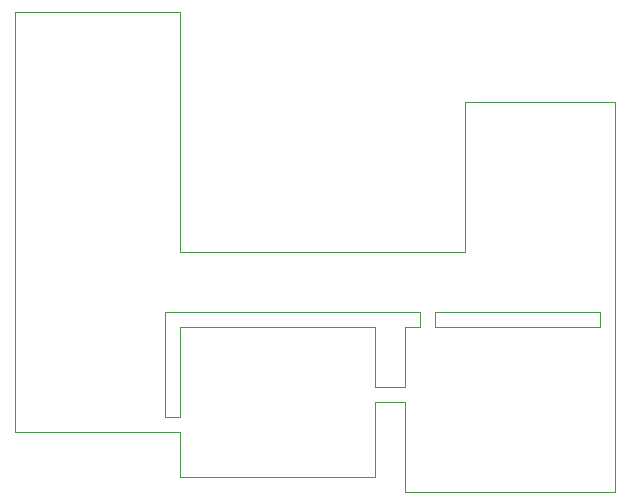
<source format=gbr>
G04 #@! TF.GenerationSoftware,KiCad,Pcbnew,5.1.4-5.1.4*
G04 #@! TF.CreationDate,2019-09-28T18:39:02+02:00*
G04 #@! TF.ProjectId,Multiboard,4d756c74-6962-46f6-9172-642e6b696361,rev?*
G04 #@! TF.SameCoordinates,Original*
G04 #@! TF.FileFunction,Profile,NP*
%FSLAX46Y46*%
G04 Gerber Fmt 4.6, Leading zero omitted, Abs format (unit mm)*
G04 Created by KiCad (PCBNEW 5.1.4-5.1.4) date 2019-09-28 18:39:02*
%MOMM*%
%LPD*%
G04 APERTURE LIST*
%ADD10C,0.050000*%
G04 APERTURE END LIST*
D10*
X147320000Y-116840000D02*
X148590000Y-116840000D01*
X147320000Y-109220000D02*
X147320000Y-116840000D01*
X144780000Y-109220000D02*
X147320000Y-109220000D01*
X147320000Y-107950000D02*
X144780000Y-107950000D01*
X147320000Y-102870000D02*
X147320000Y-107950000D01*
X148590000Y-102870000D02*
X147320000Y-102870000D01*
X144780000Y-110490000D02*
X144780000Y-109220000D01*
X128270000Y-111760000D02*
X128270000Y-115570000D01*
X127000000Y-111760000D02*
X128270000Y-111760000D01*
X128270000Y-110490000D02*
X128270000Y-102870000D01*
X127000000Y-110490000D02*
X128270000Y-110490000D01*
X127000000Y-101600000D02*
X127000000Y-110490000D01*
X137160000Y-96520000D02*
X139700000Y-96520000D01*
X165100000Y-116840000D02*
X148590000Y-116840000D01*
X165100000Y-95250000D02*
X165100000Y-116840000D01*
X163830000Y-101600000D02*
X163830000Y-102870000D01*
X152400000Y-101600000D02*
X163830000Y-101600000D01*
X149860000Y-102870000D02*
X163830000Y-102870000D01*
X149860000Y-101600000D02*
X149860000Y-102870000D01*
X148590000Y-101600000D02*
X148590000Y-102870000D01*
X148590000Y-101600000D02*
X127000000Y-101600000D01*
X149860000Y-101600000D02*
X152400000Y-101600000D01*
X128270000Y-76200000D02*
X114300000Y-76200000D01*
X128270000Y-96520000D02*
X128270000Y-76200000D01*
X137160000Y-96520000D02*
X128270000Y-96520000D01*
X144780000Y-115570000D02*
X144780000Y-110490000D01*
X128270000Y-115570000D02*
X144780000Y-115570000D01*
X144780000Y-102870000D02*
X128270000Y-102870000D01*
X144780000Y-107950000D02*
X144780000Y-102870000D01*
X152400000Y-96520000D02*
X139700000Y-96520000D01*
X152400000Y-83820000D02*
X152400000Y-96520000D01*
X165100000Y-83820000D02*
X152400000Y-83820000D01*
X165100000Y-95250000D02*
X165100000Y-83820000D01*
X114300000Y-111760000D02*
X127000000Y-111760000D01*
X114300000Y-76200000D02*
X114300000Y-111760000D01*
M02*

</source>
